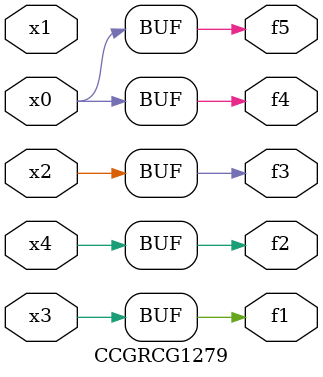
<source format=v>
module CCGRCG1279(
	input x0, x1, x2, x3, x4,
	output f1, f2, f3, f4, f5
);
	assign f1 = x3;
	assign f2 = x4;
	assign f3 = x2;
	assign f4 = x0;
	assign f5 = x0;
endmodule

</source>
